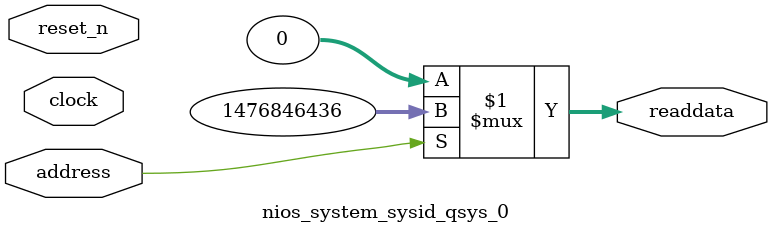
<source format=v>

`timescale 1ns / 1ps
// synthesis translate_on

// turn off superfluous verilog processor warnings 
// altera message_level Level1 
// altera message_off 10034 10035 10036 10037 10230 10240 10030 

module nios_system_sysid_qsys_0 (
               // inputs:
                address,
                clock,
                reset_n,

               // outputs:
                readdata
             )
;

  output  [ 31: 0] readdata;
  input            address;
  input            clock;
  input            reset_n;

  wire    [ 31: 0] readdata;
  //control_slave, which is an e_avalon_slave
  assign readdata = address ? 1476846436 : 0;

endmodule




</source>
